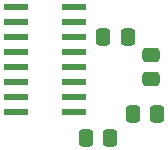
<source format=gtp>
%TF.GenerationSoftware,KiCad,Pcbnew,8.0.3*%
%TF.CreationDate,2024-07-09T19:30:08+02:00*%
%TF.ProjectId,UART-TTL-Flipper_Zero,55415254-2d54-4544-9c2d-466c69707065,rev?*%
%TF.SameCoordinates,Original*%
%TF.FileFunction,Paste,Top*%
%TF.FilePolarity,Positive*%
%FSLAX46Y46*%
G04 Gerber Fmt 4.6, Leading zero omitted, Abs format (unit mm)*
G04 Created by KiCad (PCBNEW 8.0.3) date 2024-07-09 19:30:08*
%MOMM*%
%LPD*%
G01*
G04 APERTURE LIST*
G04 Aperture macros list*
%AMRoundRect*
0 Rectangle with rounded corners*
0 $1 Rounding radius*
0 $2 $3 $4 $5 $6 $7 $8 $9 X,Y pos of 4 corners*
0 Add a 4 corners polygon primitive as box body*
4,1,4,$2,$3,$4,$5,$6,$7,$8,$9,$2,$3,0*
0 Add four circle primitives for the rounded corners*
1,1,$1+$1,$2,$3*
1,1,$1+$1,$4,$5*
1,1,$1+$1,$6,$7*
1,1,$1+$1,$8,$9*
0 Add four rect primitives between the rounded corners*
20,1,$1+$1,$2,$3,$4,$5,0*
20,1,$1+$1,$4,$5,$6,$7,0*
20,1,$1+$1,$6,$7,$8,$9,0*
20,1,$1+$1,$8,$9,$2,$3,0*%
G04 Aperture macros list end*
%ADD10RoundRect,0.073750X0.911250X0.221250X-0.911250X0.221250X-0.911250X-0.221250X0.911250X-0.221250X0*%
%ADD11RoundRect,0.250000X-0.337500X-0.475000X0.337500X-0.475000X0.337500X0.475000X-0.337500X0.475000X0*%
%ADD12RoundRect,0.250000X0.337500X0.475000X-0.337500X0.475000X-0.337500X-0.475000X0.337500X-0.475000X0*%
%ADD13RoundRect,0.250000X0.475000X-0.337500X0.475000X0.337500X-0.475000X0.337500X-0.475000X-0.337500X0*%
G04 APERTURE END LIST*
D10*
%TO.C,U1*%
X80975000Y-83270000D03*
X80975000Y-82000000D03*
X80975000Y-80730000D03*
X80975000Y-79460000D03*
X80975000Y-78190000D03*
X80975000Y-76920000D03*
X80975000Y-75650000D03*
X80975000Y-74380000D03*
X76025000Y-74380000D03*
X76025000Y-75650000D03*
X76025000Y-76920000D03*
X76025000Y-78190000D03*
X76025000Y-79460000D03*
X76025000Y-80730000D03*
X76025000Y-82000000D03*
X76025000Y-83270000D03*
%TD*%
D11*
%TO.C,C4*%
X83425000Y-77000000D03*
X85500000Y-77000000D03*
%TD*%
D12*
%TO.C,C3*%
X84037500Y-85500000D03*
X81962500Y-85500000D03*
%TD*%
D11*
%TO.C,C2*%
X85925000Y-83500000D03*
X88000000Y-83500000D03*
%TD*%
D13*
%TO.C,C1*%
X87500000Y-80537500D03*
X87500000Y-78462500D03*
%TD*%
M02*

</source>
